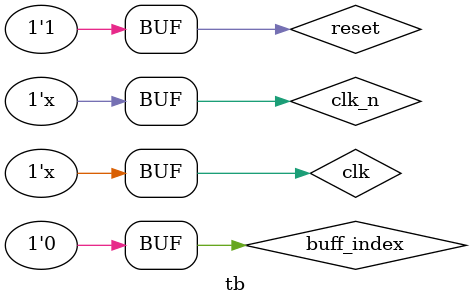
<source format=v>
`timescale 1ns / 1ps
module tb;

	reg clk;
	reg clk_n;

	reg reset;
	reg data_valid = 0;
	reg [7:0] data_byte = 0;
	reg [2:0] current_state = 0;
	reg buff_index = 0;
	reg [7:0] buff [19:0];

	parameter CLKS_PER_BIT = 100000000/230400;

	parameter IDLE=3'b0,
	RX_START_BIT=3'b001,
	RX_DATA_BITS=3'b010,
	RX_STOP_BIT=3'b011,
	CLEAN_UP = 3'b100;

	reg [31:0] clk_count = 0;
	reg [2:0] bit_index = 0;

	wire uart_dout;

	initial
	begin
		clk = 0;
		reset=0;
		#100 reset=1;
	end

	always begin
		#5 clk=!clk;
		clk_n = !clk;
	end

	always @(posedge clk)
	begin
		case(current_state)
		IDLE:
		begin
			data_valid <= 0;
			clk_count <= 0;
			bit_index <= 0;
			if(uart_dout == 1'b0)
				current_state <= RX_START_BIT;
			else
				current_state <= IDLE;
		end
		RX_START_BIT:
		begin
			if(clk_count == (CLKS_PER_BIT-1)/2)
			begin
				if(uart_dout == 1'b0)
				begin
					clk_count <= 0;
					current_state <= RX_DATA_BITS;
				end
				else
					current_state<= IDLE;
			end
			else
			begin
				clk_count <= clk_count +1;
				current_state <= RX_START_BIT;
			end
		end
		RX_DATA_BITS:
		begin
			if(clk_count < CLKS_PER_BIT -1)
			begin
				clk_count <= clk_count + 1;
				current_state <= RX_DATA_BITS;
			end
			else
			begin
				clk_count<=0;
				data_byte[bit_index] <= uart_dout;
				if(bit_index<7)
				begin
					bit_index<=bit_index+1;
					current_state<=RX_DATA_BITS;
				end
				else
				begin
					bit_index <= 0;
					current_state <= RX_STOP_BIT;
				end
			end
		end
		RX_STOP_BIT:
		begin
			if(clk_count < CLKS_PER_BIT-1)
			begin
				clk_count<=clk_count+1;
				current_state<=RX_STOP_BIT;
			end
			else
			begin
				data_valid <= 1;
				clk_count<=0;
				current_state <= CLEAN_UP;
			end
		end
		CLEAN_UP:
		begin
			current_state<=IDLE;
			data_valid <= 0;
		end
		default:
			current_state<=IDLE;
		endcase
	end
	always @(posedge clk)
	begin
		if(data_valid==1'b1)//Just a case used to indicate the end of the test when loaded from the test file.
		begin
			$write("%s",data_byte);//To be sent to the terminal.
		end
	end
	
	design_1_wrapper dut
	(.clock(clk), .reset_rtl(reset),
		.uart_rtl_txd(uart_dout),
		.uart_rtl_rxd()
	);

endmodule
</source>
